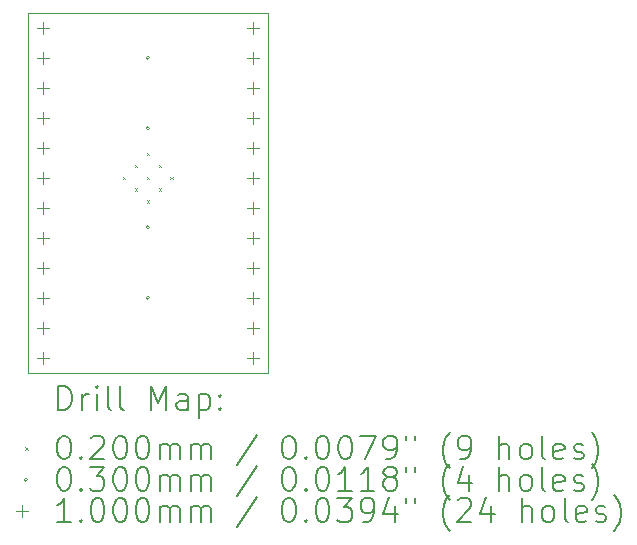
<source format=gbr>
%TF.GenerationSoftware,KiCad,Pcbnew,9.0.6*%
%TF.CreationDate,2026-01-08T12:33:00-06:00*%
%TF.ProjectId,QFN-20_5x5_P0.65,51464e2d-3230-45f3-9578-355f50302e36,rev?*%
%TF.SameCoordinates,Original*%
%TF.FileFunction,Drillmap*%
%TF.FilePolarity,Positive*%
%FSLAX45Y45*%
G04 Gerber Fmt 4.5, Leading zero omitted, Abs format (unit mm)*
G04 Created by KiCad (PCBNEW 9.0.6) date 2026-01-08 12:33:00*
%MOMM*%
%LPD*%
G01*
G04 APERTURE LIST*
%ADD10C,0.050000*%
%ADD11C,0.200000*%
%ADD12C,0.100000*%
G04 APERTURE END LIST*
D10*
X12827000Y-10541000D02*
X14859000Y-10541000D01*
X14859000Y-13589000D01*
X12827000Y-13589000D01*
X12827000Y-10541000D01*
D11*
D12*
X13631475Y-11928000D02*
X13651475Y-11948000D01*
X13651475Y-11928000D02*
X13631475Y-11948000D01*
X13732237Y-11827237D02*
X13752237Y-11847237D01*
X13752237Y-11827237D02*
X13732237Y-11847237D01*
X13732237Y-12028763D02*
X13752237Y-12048763D01*
X13752237Y-12028763D02*
X13732237Y-12048763D01*
X13833000Y-11726475D02*
X13853000Y-11746475D01*
X13853000Y-11726475D02*
X13833000Y-11746475D01*
X13833000Y-11928000D02*
X13853000Y-11948000D01*
X13853000Y-11928000D02*
X13833000Y-11948000D01*
X13833000Y-12129525D02*
X13853000Y-12149525D01*
X13853000Y-12129525D02*
X13833000Y-12149525D01*
X13933763Y-11827237D02*
X13953763Y-11847237D01*
X13953763Y-11827237D02*
X13933763Y-11847237D01*
X13933763Y-12028763D02*
X13953763Y-12048763D01*
X13953763Y-12028763D02*
X13933763Y-12048763D01*
X14034525Y-11928000D02*
X14054525Y-11948000D01*
X14054525Y-11928000D02*
X14034525Y-11948000D01*
X13858000Y-10922000D02*
G75*
G02*
X13828000Y-10922000I-15000J0D01*
G01*
X13828000Y-10922000D02*
G75*
G02*
X13858000Y-10922000I15000J0D01*
G01*
X13858000Y-11518900D02*
G75*
G02*
X13828000Y-11518900I-15000J0D01*
G01*
X13828000Y-11518900D02*
G75*
G02*
X13858000Y-11518900I15000J0D01*
G01*
X13858000Y-12357100D02*
G75*
G02*
X13828000Y-12357100I-15000J0D01*
G01*
X13828000Y-12357100D02*
G75*
G02*
X13858000Y-12357100I15000J0D01*
G01*
X13858000Y-12954000D02*
G75*
G02*
X13828000Y-12954000I-15000J0D01*
G01*
X13828000Y-12954000D02*
G75*
G02*
X13858000Y-12954000I15000J0D01*
G01*
X12954000Y-10618000D02*
X12954000Y-10718000D01*
X12904000Y-10668000D02*
X13004000Y-10668000D01*
X12954000Y-10872000D02*
X12954000Y-10972000D01*
X12904000Y-10922000D02*
X13004000Y-10922000D01*
X12954000Y-11126000D02*
X12954000Y-11226000D01*
X12904000Y-11176000D02*
X13004000Y-11176000D01*
X12954000Y-11380000D02*
X12954000Y-11480000D01*
X12904000Y-11430000D02*
X13004000Y-11430000D01*
X12954000Y-11634000D02*
X12954000Y-11734000D01*
X12904000Y-11684000D02*
X13004000Y-11684000D01*
X12954000Y-11888000D02*
X12954000Y-11988000D01*
X12904000Y-11938000D02*
X13004000Y-11938000D01*
X12954000Y-12142000D02*
X12954000Y-12242000D01*
X12904000Y-12192000D02*
X13004000Y-12192000D01*
X12954000Y-12396000D02*
X12954000Y-12496000D01*
X12904000Y-12446000D02*
X13004000Y-12446000D01*
X12954000Y-12650000D02*
X12954000Y-12750000D01*
X12904000Y-12700000D02*
X13004000Y-12700000D01*
X12954000Y-12904000D02*
X12954000Y-13004000D01*
X12904000Y-12954000D02*
X13004000Y-12954000D01*
X12954000Y-13158000D02*
X12954000Y-13258000D01*
X12904000Y-13208000D02*
X13004000Y-13208000D01*
X12954000Y-13412000D02*
X12954000Y-13512000D01*
X12904000Y-13462000D02*
X13004000Y-13462000D01*
X14732000Y-10618000D02*
X14732000Y-10718000D01*
X14682000Y-10668000D02*
X14782000Y-10668000D01*
X14732000Y-10872000D02*
X14732000Y-10972000D01*
X14682000Y-10922000D02*
X14782000Y-10922000D01*
X14732000Y-11126000D02*
X14732000Y-11226000D01*
X14682000Y-11176000D02*
X14782000Y-11176000D01*
X14732000Y-11380000D02*
X14732000Y-11480000D01*
X14682000Y-11430000D02*
X14782000Y-11430000D01*
X14732000Y-11634000D02*
X14732000Y-11734000D01*
X14682000Y-11684000D02*
X14782000Y-11684000D01*
X14732000Y-11888000D02*
X14732000Y-11988000D01*
X14682000Y-11938000D02*
X14782000Y-11938000D01*
X14732000Y-12142000D02*
X14732000Y-12242000D01*
X14682000Y-12192000D02*
X14782000Y-12192000D01*
X14732000Y-12396000D02*
X14732000Y-12496000D01*
X14682000Y-12446000D02*
X14782000Y-12446000D01*
X14732000Y-12650000D02*
X14732000Y-12750000D01*
X14682000Y-12700000D02*
X14782000Y-12700000D01*
X14732000Y-12904000D02*
X14732000Y-13004000D01*
X14682000Y-12954000D02*
X14782000Y-12954000D01*
X14732000Y-13158000D02*
X14732000Y-13258000D01*
X14682000Y-13208000D02*
X14782000Y-13208000D01*
X14732000Y-13412000D02*
X14732000Y-13512000D01*
X14682000Y-13462000D02*
X14782000Y-13462000D01*
D11*
X13085277Y-13902984D02*
X13085277Y-13702984D01*
X13085277Y-13702984D02*
X13132896Y-13702984D01*
X13132896Y-13702984D02*
X13161467Y-13712508D01*
X13161467Y-13712508D02*
X13180515Y-13731555D01*
X13180515Y-13731555D02*
X13190039Y-13750603D01*
X13190039Y-13750603D02*
X13199562Y-13788698D01*
X13199562Y-13788698D02*
X13199562Y-13817269D01*
X13199562Y-13817269D02*
X13190039Y-13855365D01*
X13190039Y-13855365D02*
X13180515Y-13874412D01*
X13180515Y-13874412D02*
X13161467Y-13893460D01*
X13161467Y-13893460D02*
X13132896Y-13902984D01*
X13132896Y-13902984D02*
X13085277Y-13902984D01*
X13285277Y-13902984D02*
X13285277Y-13769650D01*
X13285277Y-13807746D02*
X13294801Y-13788698D01*
X13294801Y-13788698D02*
X13304324Y-13779174D01*
X13304324Y-13779174D02*
X13323372Y-13769650D01*
X13323372Y-13769650D02*
X13342420Y-13769650D01*
X13409086Y-13902984D02*
X13409086Y-13769650D01*
X13409086Y-13702984D02*
X13399562Y-13712508D01*
X13399562Y-13712508D02*
X13409086Y-13722031D01*
X13409086Y-13722031D02*
X13418610Y-13712508D01*
X13418610Y-13712508D02*
X13409086Y-13702984D01*
X13409086Y-13702984D02*
X13409086Y-13722031D01*
X13532896Y-13902984D02*
X13513848Y-13893460D01*
X13513848Y-13893460D02*
X13504324Y-13874412D01*
X13504324Y-13874412D02*
X13504324Y-13702984D01*
X13637658Y-13902984D02*
X13618610Y-13893460D01*
X13618610Y-13893460D02*
X13609086Y-13874412D01*
X13609086Y-13874412D02*
X13609086Y-13702984D01*
X13866229Y-13902984D02*
X13866229Y-13702984D01*
X13866229Y-13702984D02*
X13932896Y-13845841D01*
X13932896Y-13845841D02*
X13999562Y-13702984D01*
X13999562Y-13702984D02*
X13999562Y-13902984D01*
X14180515Y-13902984D02*
X14180515Y-13798222D01*
X14180515Y-13798222D02*
X14170991Y-13779174D01*
X14170991Y-13779174D02*
X14151943Y-13769650D01*
X14151943Y-13769650D02*
X14113848Y-13769650D01*
X14113848Y-13769650D02*
X14094801Y-13779174D01*
X14180515Y-13893460D02*
X14161467Y-13902984D01*
X14161467Y-13902984D02*
X14113848Y-13902984D01*
X14113848Y-13902984D02*
X14094801Y-13893460D01*
X14094801Y-13893460D02*
X14085277Y-13874412D01*
X14085277Y-13874412D02*
X14085277Y-13855365D01*
X14085277Y-13855365D02*
X14094801Y-13836317D01*
X14094801Y-13836317D02*
X14113848Y-13826793D01*
X14113848Y-13826793D02*
X14161467Y-13826793D01*
X14161467Y-13826793D02*
X14180515Y-13817269D01*
X14275753Y-13769650D02*
X14275753Y-13969650D01*
X14275753Y-13779174D02*
X14294801Y-13769650D01*
X14294801Y-13769650D02*
X14332896Y-13769650D01*
X14332896Y-13769650D02*
X14351943Y-13779174D01*
X14351943Y-13779174D02*
X14361467Y-13788698D01*
X14361467Y-13788698D02*
X14370991Y-13807746D01*
X14370991Y-13807746D02*
X14370991Y-13864888D01*
X14370991Y-13864888D02*
X14361467Y-13883936D01*
X14361467Y-13883936D02*
X14351943Y-13893460D01*
X14351943Y-13893460D02*
X14332896Y-13902984D01*
X14332896Y-13902984D02*
X14294801Y-13902984D01*
X14294801Y-13902984D02*
X14275753Y-13893460D01*
X14456705Y-13883936D02*
X14466229Y-13893460D01*
X14466229Y-13893460D02*
X14456705Y-13902984D01*
X14456705Y-13902984D02*
X14447182Y-13893460D01*
X14447182Y-13893460D02*
X14456705Y-13883936D01*
X14456705Y-13883936D02*
X14456705Y-13902984D01*
X14456705Y-13779174D02*
X14466229Y-13788698D01*
X14466229Y-13788698D02*
X14456705Y-13798222D01*
X14456705Y-13798222D02*
X14447182Y-13788698D01*
X14447182Y-13788698D02*
X14456705Y-13779174D01*
X14456705Y-13779174D02*
X14456705Y-13798222D01*
D12*
X12804500Y-14221500D02*
X12824500Y-14241500D01*
X12824500Y-14221500D02*
X12804500Y-14241500D01*
D11*
X13123372Y-14122984D02*
X13142420Y-14122984D01*
X13142420Y-14122984D02*
X13161467Y-14132508D01*
X13161467Y-14132508D02*
X13170991Y-14142031D01*
X13170991Y-14142031D02*
X13180515Y-14161079D01*
X13180515Y-14161079D02*
X13190039Y-14199174D01*
X13190039Y-14199174D02*
X13190039Y-14246793D01*
X13190039Y-14246793D02*
X13180515Y-14284888D01*
X13180515Y-14284888D02*
X13170991Y-14303936D01*
X13170991Y-14303936D02*
X13161467Y-14313460D01*
X13161467Y-14313460D02*
X13142420Y-14322984D01*
X13142420Y-14322984D02*
X13123372Y-14322984D01*
X13123372Y-14322984D02*
X13104324Y-14313460D01*
X13104324Y-14313460D02*
X13094801Y-14303936D01*
X13094801Y-14303936D02*
X13085277Y-14284888D01*
X13085277Y-14284888D02*
X13075753Y-14246793D01*
X13075753Y-14246793D02*
X13075753Y-14199174D01*
X13075753Y-14199174D02*
X13085277Y-14161079D01*
X13085277Y-14161079D02*
X13094801Y-14142031D01*
X13094801Y-14142031D02*
X13104324Y-14132508D01*
X13104324Y-14132508D02*
X13123372Y-14122984D01*
X13275753Y-14303936D02*
X13285277Y-14313460D01*
X13285277Y-14313460D02*
X13275753Y-14322984D01*
X13275753Y-14322984D02*
X13266229Y-14313460D01*
X13266229Y-14313460D02*
X13275753Y-14303936D01*
X13275753Y-14303936D02*
X13275753Y-14322984D01*
X13361467Y-14142031D02*
X13370991Y-14132508D01*
X13370991Y-14132508D02*
X13390039Y-14122984D01*
X13390039Y-14122984D02*
X13437658Y-14122984D01*
X13437658Y-14122984D02*
X13456705Y-14132508D01*
X13456705Y-14132508D02*
X13466229Y-14142031D01*
X13466229Y-14142031D02*
X13475753Y-14161079D01*
X13475753Y-14161079D02*
X13475753Y-14180127D01*
X13475753Y-14180127D02*
X13466229Y-14208698D01*
X13466229Y-14208698D02*
X13351943Y-14322984D01*
X13351943Y-14322984D02*
X13475753Y-14322984D01*
X13599562Y-14122984D02*
X13618610Y-14122984D01*
X13618610Y-14122984D02*
X13637658Y-14132508D01*
X13637658Y-14132508D02*
X13647182Y-14142031D01*
X13647182Y-14142031D02*
X13656705Y-14161079D01*
X13656705Y-14161079D02*
X13666229Y-14199174D01*
X13666229Y-14199174D02*
X13666229Y-14246793D01*
X13666229Y-14246793D02*
X13656705Y-14284888D01*
X13656705Y-14284888D02*
X13647182Y-14303936D01*
X13647182Y-14303936D02*
X13637658Y-14313460D01*
X13637658Y-14313460D02*
X13618610Y-14322984D01*
X13618610Y-14322984D02*
X13599562Y-14322984D01*
X13599562Y-14322984D02*
X13580515Y-14313460D01*
X13580515Y-14313460D02*
X13570991Y-14303936D01*
X13570991Y-14303936D02*
X13561467Y-14284888D01*
X13561467Y-14284888D02*
X13551943Y-14246793D01*
X13551943Y-14246793D02*
X13551943Y-14199174D01*
X13551943Y-14199174D02*
X13561467Y-14161079D01*
X13561467Y-14161079D02*
X13570991Y-14142031D01*
X13570991Y-14142031D02*
X13580515Y-14132508D01*
X13580515Y-14132508D02*
X13599562Y-14122984D01*
X13790039Y-14122984D02*
X13809086Y-14122984D01*
X13809086Y-14122984D02*
X13828134Y-14132508D01*
X13828134Y-14132508D02*
X13837658Y-14142031D01*
X13837658Y-14142031D02*
X13847182Y-14161079D01*
X13847182Y-14161079D02*
X13856705Y-14199174D01*
X13856705Y-14199174D02*
X13856705Y-14246793D01*
X13856705Y-14246793D02*
X13847182Y-14284888D01*
X13847182Y-14284888D02*
X13837658Y-14303936D01*
X13837658Y-14303936D02*
X13828134Y-14313460D01*
X13828134Y-14313460D02*
X13809086Y-14322984D01*
X13809086Y-14322984D02*
X13790039Y-14322984D01*
X13790039Y-14322984D02*
X13770991Y-14313460D01*
X13770991Y-14313460D02*
X13761467Y-14303936D01*
X13761467Y-14303936D02*
X13751943Y-14284888D01*
X13751943Y-14284888D02*
X13742420Y-14246793D01*
X13742420Y-14246793D02*
X13742420Y-14199174D01*
X13742420Y-14199174D02*
X13751943Y-14161079D01*
X13751943Y-14161079D02*
X13761467Y-14142031D01*
X13761467Y-14142031D02*
X13770991Y-14132508D01*
X13770991Y-14132508D02*
X13790039Y-14122984D01*
X13942420Y-14322984D02*
X13942420Y-14189650D01*
X13942420Y-14208698D02*
X13951943Y-14199174D01*
X13951943Y-14199174D02*
X13970991Y-14189650D01*
X13970991Y-14189650D02*
X13999563Y-14189650D01*
X13999563Y-14189650D02*
X14018610Y-14199174D01*
X14018610Y-14199174D02*
X14028134Y-14218222D01*
X14028134Y-14218222D02*
X14028134Y-14322984D01*
X14028134Y-14218222D02*
X14037658Y-14199174D01*
X14037658Y-14199174D02*
X14056705Y-14189650D01*
X14056705Y-14189650D02*
X14085277Y-14189650D01*
X14085277Y-14189650D02*
X14104324Y-14199174D01*
X14104324Y-14199174D02*
X14113848Y-14218222D01*
X14113848Y-14218222D02*
X14113848Y-14322984D01*
X14209086Y-14322984D02*
X14209086Y-14189650D01*
X14209086Y-14208698D02*
X14218610Y-14199174D01*
X14218610Y-14199174D02*
X14237658Y-14189650D01*
X14237658Y-14189650D02*
X14266229Y-14189650D01*
X14266229Y-14189650D02*
X14285277Y-14199174D01*
X14285277Y-14199174D02*
X14294801Y-14218222D01*
X14294801Y-14218222D02*
X14294801Y-14322984D01*
X14294801Y-14218222D02*
X14304324Y-14199174D01*
X14304324Y-14199174D02*
X14323372Y-14189650D01*
X14323372Y-14189650D02*
X14351943Y-14189650D01*
X14351943Y-14189650D02*
X14370991Y-14199174D01*
X14370991Y-14199174D02*
X14380515Y-14218222D01*
X14380515Y-14218222D02*
X14380515Y-14322984D01*
X14770991Y-14113460D02*
X14599563Y-14370603D01*
X15028134Y-14122984D02*
X15047182Y-14122984D01*
X15047182Y-14122984D02*
X15066229Y-14132508D01*
X15066229Y-14132508D02*
X15075753Y-14142031D01*
X15075753Y-14142031D02*
X15085277Y-14161079D01*
X15085277Y-14161079D02*
X15094801Y-14199174D01*
X15094801Y-14199174D02*
X15094801Y-14246793D01*
X15094801Y-14246793D02*
X15085277Y-14284888D01*
X15085277Y-14284888D02*
X15075753Y-14303936D01*
X15075753Y-14303936D02*
X15066229Y-14313460D01*
X15066229Y-14313460D02*
X15047182Y-14322984D01*
X15047182Y-14322984D02*
X15028134Y-14322984D01*
X15028134Y-14322984D02*
X15009086Y-14313460D01*
X15009086Y-14313460D02*
X14999563Y-14303936D01*
X14999563Y-14303936D02*
X14990039Y-14284888D01*
X14990039Y-14284888D02*
X14980515Y-14246793D01*
X14980515Y-14246793D02*
X14980515Y-14199174D01*
X14980515Y-14199174D02*
X14990039Y-14161079D01*
X14990039Y-14161079D02*
X14999563Y-14142031D01*
X14999563Y-14142031D02*
X15009086Y-14132508D01*
X15009086Y-14132508D02*
X15028134Y-14122984D01*
X15180515Y-14303936D02*
X15190039Y-14313460D01*
X15190039Y-14313460D02*
X15180515Y-14322984D01*
X15180515Y-14322984D02*
X15170991Y-14313460D01*
X15170991Y-14313460D02*
X15180515Y-14303936D01*
X15180515Y-14303936D02*
X15180515Y-14322984D01*
X15313848Y-14122984D02*
X15332896Y-14122984D01*
X15332896Y-14122984D02*
X15351944Y-14132508D01*
X15351944Y-14132508D02*
X15361467Y-14142031D01*
X15361467Y-14142031D02*
X15370991Y-14161079D01*
X15370991Y-14161079D02*
X15380515Y-14199174D01*
X15380515Y-14199174D02*
X15380515Y-14246793D01*
X15380515Y-14246793D02*
X15370991Y-14284888D01*
X15370991Y-14284888D02*
X15361467Y-14303936D01*
X15361467Y-14303936D02*
X15351944Y-14313460D01*
X15351944Y-14313460D02*
X15332896Y-14322984D01*
X15332896Y-14322984D02*
X15313848Y-14322984D01*
X15313848Y-14322984D02*
X15294801Y-14313460D01*
X15294801Y-14313460D02*
X15285277Y-14303936D01*
X15285277Y-14303936D02*
X15275753Y-14284888D01*
X15275753Y-14284888D02*
X15266229Y-14246793D01*
X15266229Y-14246793D02*
X15266229Y-14199174D01*
X15266229Y-14199174D02*
X15275753Y-14161079D01*
X15275753Y-14161079D02*
X15285277Y-14142031D01*
X15285277Y-14142031D02*
X15294801Y-14132508D01*
X15294801Y-14132508D02*
X15313848Y-14122984D01*
X15504325Y-14122984D02*
X15523372Y-14122984D01*
X15523372Y-14122984D02*
X15542420Y-14132508D01*
X15542420Y-14132508D02*
X15551944Y-14142031D01*
X15551944Y-14142031D02*
X15561467Y-14161079D01*
X15561467Y-14161079D02*
X15570991Y-14199174D01*
X15570991Y-14199174D02*
X15570991Y-14246793D01*
X15570991Y-14246793D02*
X15561467Y-14284888D01*
X15561467Y-14284888D02*
X15551944Y-14303936D01*
X15551944Y-14303936D02*
X15542420Y-14313460D01*
X15542420Y-14313460D02*
X15523372Y-14322984D01*
X15523372Y-14322984D02*
X15504325Y-14322984D01*
X15504325Y-14322984D02*
X15485277Y-14313460D01*
X15485277Y-14313460D02*
X15475753Y-14303936D01*
X15475753Y-14303936D02*
X15466229Y-14284888D01*
X15466229Y-14284888D02*
X15456706Y-14246793D01*
X15456706Y-14246793D02*
X15456706Y-14199174D01*
X15456706Y-14199174D02*
X15466229Y-14161079D01*
X15466229Y-14161079D02*
X15475753Y-14142031D01*
X15475753Y-14142031D02*
X15485277Y-14132508D01*
X15485277Y-14132508D02*
X15504325Y-14122984D01*
X15637658Y-14122984D02*
X15770991Y-14122984D01*
X15770991Y-14122984D02*
X15685277Y-14322984D01*
X15856706Y-14322984D02*
X15894801Y-14322984D01*
X15894801Y-14322984D02*
X15913848Y-14313460D01*
X15913848Y-14313460D02*
X15923372Y-14303936D01*
X15923372Y-14303936D02*
X15942420Y-14275365D01*
X15942420Y-14275365D02*
X15951944Y-14237269D01*
X15951944Y-14237269D02*
X15951944Y-14161079D01*
X15951944Y-14161079D02*
X15942420Y-14142031D01*
X15942420Y-14142031D02*
X15932896Y-14132508D01*
X15932896Y-14132508D02*
X15913848Y-14122984D01*
X15913848Y-14122984D02*
X15875753Y-14122984D01*
X15875753Y-14122984D02*
X15856706Y-14132508D01*
X15856706Y-14132508D02*
X15847182Y-14142031D01*
X15847182Y-14142031D02*
X15837658Y-14161079D01*
X15837658Y-14161079D02*
X15837658Y-14208698D01*
X15837658Y-14208698D02*
X15847182Y-14227746D01*
X15847182Y-14227746D02*
X15856706Y-14237269D01*
X15856706Y-14237269D02*
X15875753Y-14246793D01*
X15875753Y-14246793D02*
X15913848Y-14246793D01*
X15913848Y-14246793D02*
X15932896Y-14237269D01*
X15932896Y-14237269D02*
X15942420Y-14227746D01*
X15942420Y-14227746D02*
X15951944Y-14208698D01*
X16028134Y-14122984D02*
X16028134Y-14161079D01*
X16104325Y-14122984D02*
X16104325Y-14161079D01*
X16399563Y-14399174D02*
X16390039Y-14389650D01*
X16390039Y-14389650D02*
X16370991Y-14361079D01*
X16370991Y-14361079D02*
X16361468Y-14342031D01*
X16361468Y-14342031D02*
X16351944Y-14313460D01*
X16351944Y-14313460D02*
X16342420Y-14265841D01*
X16342420Y-14265841D02*
X16342420Y-14227746D01*
X16342420Y-14227746D02*
X16351944Y-14180127D01*
X16351944Y-14180127D02*
X16361468Y-14151555D01*
X16361468Y-14151555D02*
X16370991Y-14132508D01*
X16370991Y-14132508D02*
X16390039Y-14103936D01*
X16390039Y-14103936D02*
X16399563Y-14094412D01*
X16485277Y-14322984D02*
X16523372Y-14322984D01*
X16523372Y-14322984D02*
X16542420Y-14313460D01*
X16542420Y-14313460D02*
X16551944Y-14303936D01*
X16551944Y-14303936D02*
X16570991Y-14275365D01*
X16570991Y-14275365D02*
X16580515Y-14237269D01*
X16580515Y-14237269D02*
X16580515Y-14161079D01*
X16580515Y-14161079D02*
X16570991Y-14142031D01*
X16570991Y-14142031D02*
X16561468Y-14132508D01*
X16561468Y-14132508D02*
X16542420Y-14122984D01*
X16542420Y-14122984D02*
X16504325Y-14122984D01*
X16504325Y-14122984D02*
X16485277Y-14132508D01*
X16485277Y-14132508D02*
X16475753Y-14142031D01*
X16475753Y-14142031D02*
X16466229Y-14161079D01*
X16466229Y-14161079D02*
X16466229Y-14208698D01*
X16466229Y-14208698D02*
X16475753Y-14227746D01*
X16475753Y-14227746D02*
X16485277Y-14237269D01*
X16485277Y-14237269D02*
X16504325Y-14246793D01*
X16504325Y-14246793D02*
X16542420Y-14246793D01*
X16542420Y-14246793D02*
X16561468Y-14237269D01*
X16561468Y-14237269D02*
X16570991Y-14227746D01*
X16570991Y-14227746D02*
X16580515Y-14208698D01*
X16818611Y-14322984D02*
X16818611Y-14122984D01*
X16904325Y-14322984D02*
X16904325Y-14218222D01*
X16904325Y-14218222D02*
X16894801Y-14199174D01*
X16894801Y-14199174D02*
X16875753Y-14189650D01*
X16875753Y-14189650D02*
X16847182Y-14189650D01*
X16847182Y-14189650D02*
X16828134Y-14199174D01*
X16828134Y-14199174D02*
X16818611Y-14208698D01*
X17028134Y-14322984D02*
X17009087Y-14313460D01*
X17009087Y-14313460D02*
X16999563Y-14303936D01*
X16999563Y-14303936D02*
X16990039Y-14284888D01*
X16990039Y-14284888D02*
X16990039Y-14227746D01*
X16990039Y-14227746D02*
X16999563Y-14208698D01*
X16999563Y-14208698D02*
X17009087Y-14199174D01*
X17009087Y-14199174D02*
X17028134Y-14189650D01*
X17028134Y-14189650D02*
X17056706Y-14189650D01*
X17056706Y-14189650D02*
X17075753Y-14199174D01*
X17075753Y-14199174D02*
X17085277Y-14208698D01*
X17085277Y-14208698D02*
X17094801Y-14227746D01*
X17094801Y-14227746D02*
X17094801Y-14284888D01*
X17094801Y-14284888D02*
X17085277Y-14303936D01*
X17085277Y-14303936D02*
X17075753Y-14313460D01*
X17075753Y-14313460D02*
X17056706Y-14322984D01*
X17056706Y-14322984D02*
X17028134Y-14322984D01*
X17209087Y-14322984D02*
X17190039Y-14313460D01*
X17190039Y-14313460D02*
X17180515Y-14294412D01*
X17180515Y-14294412D02*
X17180515Y-14122984D01*
X17361468Y-14313460D02*
X17342420Y-14322984D01*
X17342420Y-14322984D02*
X17304325Y-14322984D01*
X17304325Y-14322984D02*
X17285277Y-14313460D01*
X17285277Y-14313460D02*
X17275753Y-14294412D01*
X17275753Y-14294412D02*
X17275753Y-14218222D01*
X17275753Y-14218222D02*
X17285277Y-14199174D01*
X17285277Y-14199174D02*
X17304325Y-14189650D01*
X17304325Y-14189650D02*
X17342420Y-14189650D01*
X17342420Y-14189650D02*
X17361468Y-14199174D01*
X17361468Y-14199174D02*
X17370992Y-14218222D01*
X17370992Y-14218222D02*
X17370992Y-14237269D01*
X17370992Y-14237269D02*
X17275753Y-14256317D01*
X17447182Y-14313460D02*
X17466230Y-14322984D01*
X17466230Y-14322984D02*
X17504325Y-14322984D01*
X17504325Y-14322984D02*
X17523373Y-14313460D01*
X17523373Y-14313460D02*
X17532896Y-14294412D01*
X17532896Y-14294412D02*
X17532896Y-14284888D01*
X17532896Y-14284888D02*
X17523373Y-14265841D01*
X17523373Y-14265841D02*
X17504325Y-14256317D01*
X17504325Y-14256317D02*
X17475753Y-14256317D01*
X17475753Y-14256317D02*
X17456706Y-14246793D01*
X17456706Y-14246793D02*
X17447182Y-14227746D01*
X17447182Y-14227746D02*
X17447182Y-14218222D01*
X17447182Y-14218222D02*
X17456706Y-14199174D01*
X17456706Y-14199174D02*
X17475753Y-14189650D01*
X17475753Y-14189650D02*
X17504325Y-14189650D01*
X17504325Y-14189650D02*
X17523373Y-14199174D01*
X17599563Y-14399174D02*
X17609087Y-14389650D01*
X17609087Y-14389650D02*
X17628134Y-14361079D01*
X17628134Y-14361079D02*
X17637658Y-14342031D01*
X17637658Y-14342031D02*
X17647182Y-14313460D01*
X17647182Y-14313460D02*
X17656706Y-14265841D01*
X17656706Y-14265841D02*
X17656706Y-14227746D01*
X17656706Y-14227746D02*
X17647182Y-14180127D01*
X17647182Y-14180127D02*
X17637658Y-14151555D01*
X17637658Y-14151555D02*
X17628134Y-14132508D01*
X17628134Y-14132508D02*
X17609087Y-14103936D01*
X17609087Y-14103936D02*
X17599563Y-14094412D01*
D12*
X12824500Y-14495500D02*
G75*
G02*
X12794500Y-14495500I-15000J0D01*
G01*
X12794500Y-14495500D02*
G75*
G02*
X12824500Y-14495500I15000J0D01*
G01*
D11*
X13123372Y-14386984D02*
X13142420Y-14386984D01*
X13142420Y-14386984D02*
X13161467Y-14396508D01*
X13161467Y-14396508D02*
X13170991Y-14406031D01*
X13170991Y-14406031D02*
X13180515Y-14425079D01*
X13180515Y-14425079D02*
X13190039Y-14463174D01*
X13190039Y-14463174D02*
X13190039Y-14510793D01*
X13190039Y-14510793D02*
X13180515Y-14548888D01*
X13180515Y-14548888D02*
X13170991Y-14567936D01*
X13170991Y-14567936D02*
X13161467Y-14577460D01*
X13161467Y-14577460D02*
X13142420Y-14586984D01*
X13142420Y-14586984D02*
X13123372Y-14586984D01*
X13123372Y-14586984D02*
X13104324Y-14577460D01*
X13104324Y-14577460D02*
X13094801Y-14567936D01*
X13094801Y-14567936D02*
X13085277Y-14548888D01*
X13085277Y-14548888D02*
X13075753Y-14510793D01*
X13075753Y-14510793D02*
X13075753Y-14463174D01*
X13075753Y-14463174D02*
X13085277Y-14425079D01*
X13085277Y-14425079D02*
X13094801Y-14406031D01*
X13094801Y-14406031D02*
X13104324Y-14396508D01*
X13104324Y-14396508D02*
X13123372Y-14386984D01*
X13275753Y-14567936D02*
X13285277Y-14577460D01*
X13285277Y-14577460D02*
X13275753Y-14586984D01*
X13275753Y-14586984D02*
X13266229Y-14577460D01*
X13266229Y-14577460D02*
X13275753Y-14567936D01*
X13275753Y-14567936D02*
X13275753Y-14586984D01*
X13351943Y-14386984D02*
X13475753Y-14386984D01*
X13475753Y-14386984D02*
X13409086Y-14463174D01*
X13409086Y-14463174D02*
X13437658Y-14463174D01*
X13437658Y-14463174D02*
X13456705Y-14472698D01*
X13456705Y-14472698D02*
X13466229Y-14482222D01*
X13466229Y-14482222D02*
X13475753Y-14501269D01*
X13475753Y-14501269D02*
X13475753Y-14548888D01*
X13475753Y-14548888D02*
X13466229Y-14567936D01*
X13466229Y-14567936D02*
X13456705Y-14577460D01*
X13456705Y-14577460D02*
X13437658Y-14586984D01*
X13437658Y-14586984D02*
X13380515Y-14586984D01*
X13380515Y-14586984D02*
X13361467Y-14577460D01*
X13361467Y-14577460D02*
X13351943Y-14567936D01*
X13599562Y-14386984D02*
X13618610Y-14386984D01*
X13618610Y-14386984D02*
X13637658Y-14396508D01*
X13637658Y-14396508D02*
X13647182Y-14406031D01*
X13647182Y-14406031D02*
X13656705Y-14425079D01*
X13656705Y-14425079D02*
X13666229Y-14463174D01*
X13666229Y-14463174D02*
X13666229Y-14510793D01*
X13666229Y-14510793D02*
X13656705Y-14548888D01*
X13656705Y-14548888D02*
X13647182Y-14567936D01*
X13647182Y-14567936D02*
X13637658Y-14577460D01*
X13637658Y-14577460D02*
X13618610Y-14586984D01*
X13618610Y-14586984D02*
X13599562Y-14586984D01*
X13599562Y-14586984D02*
X13580515Y-14577460D01*
X13580515Y-14577460D02*
X13570991Y-14567936D01*
X13570991Y-14567936D02*
X13561467Y-14548888D01*
X13561467Y-14548888D02*
X13551943Y-14510793D01*
X13551943Y-14510793D02*
X13551943Y-14463174D01*
X13551943Y-14463174D02*
X13561467Y-14425079D01*
X13561467Y-14425079D02*
X13570991Y-14406031D01*
X13570991Y-14406031D02*
X13580515Y-14396508D01*
X13580515Y-14396508D02*
X13599562Y-14386984D01*
X13790039Y-14386984D02*
X13809086Y-14386984D01*
X13809086Y-14386984D02*
X13828134Y-14396508D01*
X13828134Y-14396508D02*
X13837658Y-14406031D01*
X13837658Y-14406031D02*
X13847182Y-14425079D01*
X13847182Y-14425079D02*
X13856705Y-14463174D01*
X13856705Y-14463174D02*
X13856705Y-14510793D01*
X13856705Y-14510793D02*
X13847182Y-14548888D01*
X13847182Y-14548888D02*
X13837658Y-14567936D01*
X13837658Y-14567936D02*
X13828134Y-14577460D01*
X13828134Y-14577460D02*
X13809086Y-14586984D01*
X13809086Y-14586984D02*
X13790039Y-14586984D01*
X13790039Y-14586984D02*
X13770991Y-14577460D01*
X13770991Y-14577460D02*
X13761467Y-14567936D01*
X13761467Y-14567936D02*
X13751943Y-14548888D01*
X13751943Y-14548888D02*
X13742420Y-14510793D01*
X13742420Y-14510793D02*
X13742420Y-14463174D01*
X13742420Y-14463174D02*
X13751943Y-14425079D01*
X13751943Y-14425079D02*
X13761467Y-14406031D01*
X13761467Y-14406031D02*
X13770991Y-14396508D01*
X13770991Y-14396508D02*
X13790039Y-14386984D01*
X13942420Y-14586984D02*
X13942420Y-14453650D01*
X13942420Y-14472698D02*
X13951943Y-14463174D01*
X13951943Y-14463174D02*
X13970991Y-14453650D01*
X13970991Y-14453650D02*
X13999563Y-14453650D01*
X13999563Y-14453650D02*
X14018610Y-14463174D01*
X14018610Y-14463174D02*
X14028134Y-14482222D01*
X14028134Y-14482222D02*
X14028134Y-14586984D01*
X14028134Y-14482222D02*
X14037658Y-14463174D01*
X14037658Y-14463174D02*
X14056705Y-14453650D01*
X14056705Y-14453650D02*
X14085277Y-14453650D01*
X14085277Y-14453650D02*
X14104324Y-14463174D01*
X14104324Y-14463174D02*
X14113848Y-14482222D01*
X14113848Y-14482222D02*
X14113848Y-14586984D01*
X14209086Y-14586984D02*
X14209086Y-14453650D01*
X14209086Y-14472698D02*
X14218610Y-14463174D01*
X14218610Y-14463174D02*
X14237658Y-14453650D01*
X14237658Y-14453650D02*
X14266229Y-14453650D01*
X14266229Y-14453650D02*
X14285277Y-14463174D01*
X14285277Y-14463174D02*
X14294801Y-14482222D01*
X14294801Y-14482222D02*
X14294801Y-14586984D01*
X14294801Y-14482222D02*
X14304324Y-14463174D01*
X14304324Y-14463174D02*
X14323372Y-14453650D01*
X14323372Y-14453650D02*
X14351943Y-14453650D01*
X14351943Y-14453650D02*
X14370991Y-14463174D01*
X14370991Y-14463174D02*
X14380515Y-14482222D01*
X14380515Y-14482222D02*
X14380515Y-14586984D01*
X14770991Y-14377460D02*
X14599563Y-14634603D01*
X15028134Y-14386984D02*
X15047182Y-14386984D01*
X15047182Y-14386984D02*
X15066229Y-14396508D01*
X15066229Y-14396508D02*
X15075753Y-14406031D01*
X15075753Y-14406031D02*
X15085277Y-14425079D01*
X15085277Y-14425079D02*
X15094801Y-14463174D01*
X15094801Y-14463174D02*
X15094801Y-14510793D01*
X15094801Y-14510793D02*
X15085277Y-14548888D01*
X15085277Y-14548888D02*
X15075753Y-14567936D01*
X15075753Y-14567936D02*
X15066229Y-14577460D01*
X15066229Y-14577460D02*
X15047182Y-14586984D01*
X15047182Y-14586984D02*
X15028134Y-14586984D01*
X15028134Y-14586984D02*
X15009086Y-14577460D01*
X15009086Y-14577460D02*
X14999563Y-14567936D01*
X14999563Y-14567936D02*
X14990039Y-14548888D01*
X14990039Y-14548888D02*
X14980515Y-14510793D01*
X14980515Y-14510793D02*
X14980515Y-14463174D01*
X14980515Y-14463174D02*
X14990039Y-14425079D01*
X14990039Y-14425079D02*
X14999563Y-14406031D01*
X14999563Y-14406031D02*
X15009086Y-14396508D01*
X15009086Y-14396508D02*
X15028134Y-14386984D01*
X15180515Y-14567936D02*
X15190039Y-14577460D01*
X15190039Y-14577460D02*
X15180515Y-14586984D01*
X15180515Y-14586984D02*
X15170991Y-14577460D01*
X15170991Y-14577460D02*
X15180515Y-14567936D01*
X15180515Y-14567936D02*
X15180515Y-14586984D01*
X15313848Y-14386984D02*
X15332896Y-14386984D01*
X15332896Y-14386984D02*
X15351944Y-14396508D01*
X15351944Y-14396508D02*
X15361467Y-14406031D01*
X15361467Y-14406031D02*
X15370991Y-14425079D01*
X15370991Y-14425079D02*
X15380515Y-14463174D01*
X15380515Y-14463174D02*
X15380515Y-14510793D01*
X15380515Y-14510793D02*
X15370991Y-14548888D01*
X15370991Y-14548888D02*
X15361467Y-14567936D01*
X15361467Y-14567936D02*
X15351944Y-14577460D01*
X15351944Y-14577460D02*
X15332896Y-14586984D01*
X15332896Y-14586984D02*
X15313848Y-14586984D01*
X15313848Y-14586984D02*
X15294801Y-14577460D01*
X15294801Y-14577460D02*
X15285277Y-14567936D01*
X15285277Y-14567936D02*
X15275753Y-14548888D01*
X15275753Y-14548888D02*
X15266229Y-14510793D01*
X15266229Y-14510793D02*
X15266229Y-14463174D01*
X15266229Y-14463174D02*
X15275753Y-14425079D01*
X15275753Y-14425079D02*
X15285277Y-14406031D01*
X15285277Y-14406031D02*
X15294801Y-14396508D01*
X15294801Y-14396508D02*
X15313848Y-14386984D01*
X15570991Y-14586984D02*
X15456706Y-14586984D01*
X15513848Y-14586984D02*
X15513848Y-14386984D01*
X15513848Y-14386984D02*
X15494801Y-14415555D01*
X15494801Y-14415555D02*
X15475753Y-14434603D01*
X15475753Y-14434603D02*
X15456706Y-14444127D01*
X15761467Y-14586984D02*
X15647182Y-14586984D01*
X15704325Y-14586984D02*
X15704325Y-14386984D01*
X15704325Y-14386984D02*
X15685277Y-14415555D01*
X15685277Y-14415555D02*
X15666229Y-14434603D01*
X15666229Y-14434603D02*
X15647182Y-14444127D01*
X15875753Y-14472698D02*
X15856706Y-14463174D01*
X15856706Y-14463174D02*
X15847182Y-14453650D01*
X15847182Y-14453650D02*
X15837658Y-14434603D01*
X15837658Y-14434603D02*
X15837658Y-14425079D01*
X15837658Y-14425079D02*
X15847182Y-14406031D01*
X15847182Y-14406031D02*
X15856706Y-14396508D01*
X15856706Y-14396508D02*
X15875753Y-14386984D01*
X15875753Y-14386984D02*
X15913848Y-14386984D01*
X15913848Y-14386984D02*
X15932896Y-14396508D01*
X15932896Y-14396508D02*
X15942420Y-14406031D01*
X15942420Y-14406031D02*
X15951944Y-14425079D01*
X15951944Y-14425079D02*
X15951944Y-14434603D01*
X15951944Y-14434603D02*
X15942420Y-14453650D01*
X15942420Y-14453650D02*
X15932896Y-14463174D01*
X15932896Y-14463174D02*
X15913848Y-14472698D01*
X15913848Y-14472698D02*
X15875753Y-14472698D01*
X15875753Y-14472698D02*
X15856706Y-14482222D01*
X15856706Y-14482222D02*
X15847182Y-14491746D01*
X15847182Y-14491746D02*
X15837658Y-14510793D01*
X15837658Y-14510793D02*
X15837658Y-14548888D01*
X15837658Y-14548888D02*
X15847182Y-14567936D01*
X15847182Y-14567936D02*
X15856706Y-14577460D01*
X15856706Y-14577460D02*
X15875753Y-14586984D01*
X15875753Y-14586984D02*
X15913848Y-14586984D01*
X15913848Y-14586984D02*
X15932896Y-14577460D01*
X15932896Y-14577460D02*
X15942420Y-14567936D01*
X15942420Y-14567936D02*
X15951944Y-14548888D01*
X15951944Y-14548888D02*
X15951944Y-14510793D01*
X15951944Y-14510793D02*
X15942420Y-14491746D01*
X15942420Y-14491746D02*
X15932896Y-14482222D01*
X15932896Y-14482222D02*
X15913848Y-14472698D01*
X16028134Y-14386984D02*
X16028134Y-14425079D01*
X16104325Y-14386984D02*
X16104325Y-14425079D01*
X16399563Y-14663174D02*
X16390039Y-14653650D01*
X16390039Y-14653650D02*
X16370991Y-14625079D01*
X16370991Y-14625079D02*
X16361468Y-14606031D01*
X16361468Y-14606031D02*
X16351944Y-14577460D01*
X16351944Y-14577460D02*
X16342420Y-14529841D01*
X16342420Y-14529841D02*
X16342420Y-14491746D01*
X16342420Y-14491746D02*
X16351944Y-14444127D01*
X16351944Y-14444127D02*
X16361468Y-14415555D01*
X16361468Y-14415555D02*
X16370991Y-14396508D01*
X16370991Y-14396508D02*
X16390039Y-14367936D01*
X16390039Y-14367936D02*
X16399563Y-14358412D01*
X16561468Y-14453650D02*
X16561468Y-14586984D01*
X16513848Y-14377460D02*
X16466229Y-14520317D01*
X16466229Y-14520317D02*
X16590039Y-14520317D01*
X16818611Y-14586984D02*
X16818611Y-14386984D01*
X16904325Y-14586984D02*
X16904325Y-14482222D01*
X16904325Y-14482222D02*
X16894801Y-14463174D01*
X16894801Y-14463174D02*
X16875753Y-14453650D01*
X16875753Y-14453650D02*
X16847182Y-14453650D01*
X16847182Y-14453650D02*
X16828134Y-14463174D01*
X16828134Y-14463174D02*
X16818611Y-14472698D01*
X17028134Y-14586984D02*
X17009087Y-14577460D01*
X17009087Y-14577460D02*
X16999563Y-14567936D01*
X16999563Y-14567936D02*
X16990039Y-14548888D01*
X16990039Y-14548888D02*
X16990039Y-14491746D01*
X16990039Y-14491746D02*
X16999563Y-14472698D01*
X16999563Y-14472698D02*
X17009087Y-14463174D01*
X17009087Y-14463174D02*
X17028134Y-14453650D01*
X17028134Y-14453650D02*
X17056706Y-14453650D01*
X17056706Y-14453650D02*
X17075753Y-14463174D01*
X17075753Y-14463174D02*
X17085277Y-14472698D01*
X17085277Y-14472698D02*
X17094801Y-14491746D01*
X17094801Y-14491746D02*
X17094801Y-14548888D01*
X17094801Y-14548888D02*
X17085277Y-14567936D01*
X17085277Y-14567936D02*
X17075753Y-14577460D01*
X17075753Y-14577460D02*
X17056706Y-14586984D01*
X17056706Y-14586984D02*
X17028134Y-14586984D01*
X17209087Y-14586984D02*
X17190039Y-14577460D01*
X17190039Y-14577460D02*
X17180515Y-14558412D01*
X17180515Y-14558412D02*
X17180515Y-14386984D01*
X17361468Y-14577460D02*
X17342420Y-14586984D01*
X17342420Y-14586984D02*
X17304325Y-14586984D01*
X17304325Y-14586984D02*
X17285277Y-14577460D01*
X17285277Y-14577460D02*
X17275753Y-14558412D01*
X17275753Y-14558412D02*
X17275753Y-14482222D01*
X17275753Y-14482222D02*
X17285277Y-14463174D01*
X17285277Y-14463174D02*
X17304325Y-14453650D01*
X17304325Y-14453650D02*
X17342420Y-14453650D01*
X17342420Y-14453650D02*
X17361468Y-14463174D01*
X17361468Y-14463174D02*
X17370992Y-14482222D01*
X17370992Y-14482222D02*
X17370992Y-14501269D01*
X17370992Y-14501269D02*
X17275753Y-14520317D01*
X17447182Y-14577460D02*
X17466230Y-14586984D01*
X17466230Y-14586984D02*
X17504325Y-14586984D01*
X17504325Y-14586984D02*
X17523373Y-14577460D01*
X17523373Y-14577460D02*
X17532896Y-14558412D01*
X17532896Y-14558412D02*
X17532896Y-14548888D01*
X17532896Y-14548888D02*
X17523373Y-14529841D01*
X17523373Y-14529841D02*
X17504325Y-14520317D01*
X17504325Y-14520317D02*
X17475753Y-14520317D01*
X17475753Y-14520317D02*
X17456706Y-14510793D01*
X17456706Y-14510793D02*
X17447182Y-14491746D01*
X17447182Y-14491746D02*
X17447182Y-14482222D01*
X17447182Y-14482222D02*
X17456706Y-14463174D01*
X17456706Y-14463174D02*
X17475753Y-14453650D01*
X17475753Y-14453650D02*
X17504325Y-14453650D01*
X17504325Y-14453650D02*
X17523373Y-14463174D01*
X17599563Y-14663174D02*
X17609087Y-14653650D01*
X17609087Y-14653650D02*
X17628134Y-14625079D01*
X17628134Y-14625079D02*
X17637658Y-14606031D01*
X17637658Y-14606031D02*
X17647182Y-14577460D01*
X17647182Y-14577460D02*
X17656706Y-14529841D01*
X17656706Y-14529841D02*
X17656706Y-14491746D01*
X17656706Y-14491746D02*
X17647182Y-14444127D01*
X17647182Y-14444127D02*
X17637658Y-14415555D01*
X17637658Y-14415555D02*
X17628134Y-14396508D01*
X17628134Y-14396508D02*
X17609087Y-14367936D01*
X17609087Y-14367936D02*
X17599563Y-14358412D01*
D12*
X12774500Y-14709500D02*
X12774500Y-14809500D01*
X12724500Y-14759500D02*
X12824500Y-14759500D01*
D11*
X13190039Y-14850984D02*
X13075753Y-14850984D01*
X13132896Y-14850984D02*
X13132896Y-14650984D01*
X13132896Y-14650984D02*
X13113848Y-14679555D01*
X13113848Y-14679555D02*
X13094801Y-14698603D01*
X13094801Y-14698603D02*
X13075753Y-14708127D01*
X13275753Y-14831936D02*
X13285277Y-14841460D01*
X13285277Y-14841460D02*
X13275753Y-14850984D01*
X13275753Y-14850984D02*
X13266229Y-14841460D01*
X13266229Y-14841460D02*
X13275753Y-14831936D01*
X13275753Y-14831936D02*
X13275753Y-14850984D01*
X13409086Y-14650984D02*
X13428134Y-14650984D01*
X13428134Y-14650984D02*
X13447182Y-14660508D01*
X13447182Y-14660508D02*
X13456705Y-14670031D01*
X13456705Y-14670031D02*
X13466229Y-14689079D01*
X13466229Y-14689079D02*
X13475753Y-14727174D01*
X13475753Y-14727174D02*
X13475753Y-14774793D01*
X13475753Y-14774793D02*
X13466229Y-14812888D01*
X13466229Y-14812888D02*
X13456705Y-14831936D01*
X13456705Y-14831936D02*
X13447182Y-14841460D01*
X13447182Y-14841460D02*
X13428134Y-14850984D01*
X13428134Y-14850984D02*
X13409086Y-14850984D01*
X13409086Y-14850984D02*
X13390039Y-14841460D01*
X13390039Y-14841460D02*
X13380515Y-14831936D01*
X13380515Y-14831936D02*
X13370991Y-14812888D01*
X13370991Y-14812888D02*
X13361467Y-14774793D01*
X13361467Y-14774793D02*
X13361467Y-14727174D01*
X13361467Y-14727174D02*
X13370991Y-14689079D01*
X13370991Y-14689079D02*
X13380515Y-14670031D01*
X13380515Y-14670031D02*
X13390039Y-14660508D01*
X13390039Y-14660508D02*
X13409086Y-14650984D01*
X13599562Y-14650984D02*
X13618610Y-14650984D01*
X13618610Y-14650984D02*
X13637658Y-14660508D01*
X13637658Y-14660508D02*
X13647182Y-14670031D01*
X13647182Y-14670031D02*
X13656705Y-14689079D01*
X13656705Y-14689079D02*
X13666229Y-14727174D01*
X13666229Y-14727174D02*
X13666229Y-14774793D01*
X13666229Y-14774793D02*
X13656705Y-14812888D01*
X13656705Y-14812888D02*
X13647182Y-14831936D01*
X13647182Y-14831936D02*
X13637658Y-14841460D01*
X13637658Y-14841460D02*
X13618610Y-14850984D01*
X13618610Y-14850984D02*
X13599562Y-14850984D01*
X13599562Y-14850984D02*
X13580515Y-14841460D01*
X13580515Y-14841460D02*
X13570991Y-14831936D01*
X13570991Y-14831936D02*
X13561467Y-14812888D01*
X13561467Y-14812888D02*
X13551943Y-14774793D01*
X13551943Y-14774793D02*
X13551943Y-14727174D01*
X13551943Y-14727174D02*
X13561467Y-14689079D01*
X13561467Y-14689079D02*
X13570991Y-14670031D01*
X13570991Y-14670031D02*
X13580515Y-14660508D01*
X13580515Y-14660508D02*
X13599562Y-14650984D01*
X13790039Y-14650984D02*
X13809086Y-14650984D01*
X13809086Y-14650984D02*
X13828134Y-14660508D01*
X13828134Y-14660508D02*
X13837658Y-14670031D01*
X13837658Y-14670031D02*
X13847182Y-14689079D01*
X13847182Y-14689079D02*
X13856705Y-14727174D01*
X13856705Y-14727174D02*
X13856705Y-14774793D01*
X13856705Y-14774793D02*
X13847182Y-14812888D01*
X13847182Y-14812888D02*
X13837658Y-14831936D01*
X13837658Y-14831936D02*
X13828134Y-14841460D01*
X13828134Y-14841460D02*
X13809086Y-14850984D01*
X13809086Y-14850984D02*
X13790039Y-14850984D01*
X13790039Y-14850984D02*
X13770991Y-14841460D01*
X13770991Y-14841460D02*
X13761467Y-14831936D01*
X13761467Y-14831936D02*
X13751943Y-14812888D01*
X13751943Y-14812888D02*
X13742420Y-14774793D01*
X13742420Y-14774793D02*
X13742420Y-14727174D01*
X13742420Y-14727174D02*
X13751943Y-14689079D01*
X13751943Y-14689079D02*
X13761467Y-14670031D01*
X13761467Y-14670031D02*
X13770991Y-14660508D01*
X13770991Y-14660508D02*
X13790039Y-14650984D01*
X13942420Y-14850984D02*
X13942420Y-14717650D01*
X13942420Y-14736698D02*
X13951943Y-14727174D01*
X13951943Y-14727174D02*
X13970991Y-14717650D01*
X13970991Y-14717650D02*
X13999563Y-14717650D01*
X13999563Y-14717650D02*
X14018610Y-14727174D01*
X14018610Y-14727174D02*
X14028134Y-14746222D01*
X14028134Y-14746222D02*
X14028134Y-14850984D01*
X14028134Y-14746222D02*
X14037658Y-14727174D01*
X14037658Y-14727174D02*
X14056705Y-14717650D01*
X14056705Y-14717650D02*
X14085277Y-14717650D01*
X14085277Y-14717650D02*
X14104324Y-14727174D01*
X14104324Y-14727174D02*
X14113848Y-14746222D01*
X14113848Y-14746222D02*
X14113848Y-14850984D01*
X14209086Y-14850984D02*
X14209086Y-14717650D01*
X14209086Y-14736698D02*
X14218610Y-14727174D01*
X14218610Y-14727174D02*
X14237658Y-14717650D01*
X14237658Y-14717650D02*
X14266229Y-14717650D01*
X14266229Y-14717650D02*
X14285277Y-14727174D01*
X14285277Y-14727174D02*
X14294801Y-14746222D01*
X14294801Y-14746222D02*
X14294801Y-14850984D01*
X14294801Y-14746222D02*
X14304324Y-14727174D01*
X14304324Y-14727174D02*
X14323372Y-14717650D01*
X14323372Y-14717650D02*
X14351943Y-14717650D01*
X14351943Y-14717650D02*
X14370991Y-14727174D01*
X14370991Y-14727174D02*
X14380515Y-14746222D01*
X14380515Y-14746222D02*
X14380515Y-14850984D01*
X14770991Y-14641460D02*
X14599563Y-14898603D01*
X15028134Y-14650984D02*
X15047182Y-14650984D01*
X15047182Y-14650984D02*
X15066229Y-14660508D01*
X15066229Y-14660508D02*
X15075753Y-14670031D01*
X15075753Y-14670031D02*
X15085277Y-14689079D01*
X15085277Y-14689079D02*
X15094801Y-14727174D01*
X15094801Y-14727174D02*
X15094801Y-14774793D01*
X15094801Y-14774793D02*
X15085277Y-14812888D01*
X15085277Y-14812888D02*
X15075753Y-14831936D01*
X15075753Y-14831936D02*
X15066229Y-14841460D01*
X15066229Y-14841460D02*
X15047182Y-14850984D01*
X15047182Y-14850984D02*
X15028134Y-14850984D01*
X15028134Y-14850984D02*
X15009086Y-14841460D01*
X15009086Y-14841460D02*
X14999563Y-14831936D01*
X14999563Y-14831936D02*
X14990039Y-14812888D01*
X14990039Y-14812888D02*
X14980515Y-14774793D01*
X14980515Y-14774793D02*
X14980515Y-14727174D01*
X14980515Y-14727174D02*
X14990039Y-14689079D01*
X14990039Y-14689079D02*
X14999563Y-14670031D01*
X14999563Y-14670031D02*
X15009086Y-14660508D01*
X15009086Y-14660508D02*
X15028134Y-14650984D01*
X15180515Y-14831936D02*
X15190039Y-14841460D01*
X15190039Y-14841460D02*
X15180515Y-14850984D01*
X15180515Y-14850984D02*
X15170991Y-14841460D01*
X15170991Y-14841460D02*
X15180515Y-14831936D01*
X15180515Y-14831936D02*
X15180515Y-14850984D01*
X15313848Y-14650984D02*
X15332896Y-14650984D01*
X15332896Y-14650984D02*
X15351944Y-14660508D01*
X15351944Y-14660508D02*
X15361467Y-14670031D01*
X15361467Y-14670031D02*
X15370991Y-14689079D01*
X15370991Y-14689079D02*
X15380515Y-14727174D01*
X15380515Y-14727174D02*
X15380515Y-14774793D01*
X15380515Y-14774793D02*
X15370991Y-14812888D01*
X15370991Y-14812888D02*
X15361467Y-14831936D01*
X15361467Y-14831936D02*
X15351944Y-14841460D01*
X15351944Y-14841460D02*
X15332896Y-14850984D01*
X15332896Y-14850984D02*
X15313848Y-14850984D01*
X15313848Y-14850984D02*
X15294801Y-14841460D01*
X15294801Y-14841460D02*
X15285277Y-14831936D01*
X15285277Y-14831936D02*
X15275753Y-14812888D01*
X15275753Y-14812888D02*
X15266229Y-14774793D01*
X15266229Y-14774793D02*
X15266229Y-14727174D01*
X15266229Y-14727174D02*
X15275753Y-14689079D01*
X15275753Y-14689079D02*
X15285277Y-14670031D01*
X15285277Y-14670031D02*
X15294801Y-14660508D01*
X15294801Y-14660508D02*
X15313848Y-14650984D01*
X15447182Y-14650984D02*
X15570991Y-14650984D01*
X15570991Y-14650984D02*
X15504325Y-14727174D01*
X15504325Y-14727174D02*
X15532896Y-14727174D01*
X15532896Y-14727174D02*
X15551944Y-14736698D01*
X15551944Y-14736698D02*
X15561467Y-14746222D01*
X15561467Y-14746222D02*
X15570991Y-14765269D01*
X15570991Y-14765269D02*
X15570991Y-14812888D01*
X15570991Y-14812888D02*
X15561467Y-14831936D01*
X15561467Y-14831936D02*
X15551944Y-14841460D01*
X15551944Y-14841460D02*
X15532896Y-14850984D01*
X15532896Y-14850984D02*
X15475753Y-14850984D01*
X15475753Y-14850984D02*
X15456706Y-14841460D01*
X15456706Y-14841460D02*
X15447182Y-14831936D01*
X15666229Y-14850984D02*
X15704325Y-14850984D01*
X15704325Y-14850984D02*
X15723372Y-14841460D01*
X15723372Y-14841460D02*
X15732896Y-14831936D01*
X15732896Y-14831936D02*
X15751944Y-14803365D01*
X15751944Y-14803365D02*
X15761467Y-14765269D01*
X15761467Y-14765269D02*
X15761467Y-14689079D01*
X15761467Y-14689079D02*
X15751944Y-14670031D01*
X15751944Y-14670031D02*
X15742420Y-14660508D01*
X15742420Y-14660508D02*
X15723372Y-14650984D01*
X15723372Y-14650984D02*
X15685277Y-14650984D01*
X15685277Y-14650984D02*
X15666229Y-14660508D01*
X15666229Y-14660508D02*
X15656706Y-14670031D01*
X15656706Y-14670031D02*
X15647182Y-14689079D01*
X15647182Y-14689079D02*
X15647182Y-14736698D01*
X15647182Y-14736698D02*
X15656706Y-14755746D01*
X15656706Y-14755746D02*
X15666229Y-14765269D01*
X15666229Y-14765269D02*
X15685277Y-14774793D01*
X15685277Y-14774793D02*
X15723372Y-14774793D01*
X15723372Y-14774793D02*
X15742420Y-14765269D01*
X15742420Y-14765269D02*
X15751944Y-14755746D01*
X15751944Y-14755746D02*
X15761467Y-14736698D01*
X15932896Y-14717650D02*
X15932896Y-14850984D01*
X15885277Y-14641460D02*
X15837658Y-14784317D01*
X15837658Y-14784317D02*
X15961467Y-14784317D01*
X16028134Y-14650984D02*
X16028134Y-14689079D01*
X16104325Y-14650984D02*
X16104325Y-14689079D01*
X16399563Y-14927174D02*
X16390039Y-14917650D01*
X16390039Y-14917650D02*
X16370991Y-14889079D01*
X16370991Y-14889079D02*
X16361468Y-14870031D01*
X16361468Y-14870031D02*
X16351944Y-14841460D01*
X16351944Y-14841460D02*
X16342420Y-14793841D01*
X16342420Y-14793841D02*
X16342420Y-14755746D01*
X16342420Y-14755746D02*
X16351944Y-14708127D01*
X16351944Y-14708127D02*
X16361468Y-14679555D01*
X16361468Y-14679555D02*
X16370991Y-14660508D01*
X16370991Y-14660508D02*
X16390039Y-14631936D01*
X16390039Y-14631936D02*
X16399563Y-14622412D01*
X16466229Y-14670031D02*
X16475753Y-14660508D01*
X16475753Y-14660508D02*
X16494801Y-14650984D01*
X16494801Y-14650984D02*
X16542420Y-14650984D01*
X16542420Y-14650984D02*
X16561468Y-14660508D01*
X16561468Y-14660508D02*
X16570991Y-14670031D01*
X16570991Y-14670031D02*
X16580515Y-14689079D01*
X16580515Y-14689079D02*
X16580515Y-14708127D01*
X16580515Y-14708127D02*
X16570991Y-14736698D01*
X16570991Y-14736698D02*
X16456706Y-14850984D01*
X16456706Y-14850984D02*
X16580515Y-14850984D01*
X16751944Y-14717650D02*
X16751944Y-14850984D01*
X16704325Y-14641460D02*
X16656706Y-14784317D01*
X16656706Y-14784317D02*
X16780515Y-14784317D01*
X17009087Y-14850984D02*
X17009087Y-14650984D01*
X17094801Y-14850984D02*
X17094801Y-14746222D01*
X17094801Y-14746222D02*
X17085277Y-14727174D01*
X17085277Y-14727174D02*
X17066230Y-14717650D01*
X17066230Y-14717650D02*
X17037658Y-14717650D01*
X17037658Y-14717650D02*
X17018611Y-14727174D01*
X17018611Y-14727174D02*
X17009087Y-14736698D01*
X17218611Y-14850984D02*
X17199563Y-14841460D01*
X17199563Y-14841460D02*
X17190039Y-14831936D01*
X17190039Y-14831936D02*
X17180515Y-14812888D01*
X17180515Y-14812888D02*
X17180515Y-14755746D01*
X17180515Y-14755746D02*
X17190039Y-14736698D01*
X17190039Y-14736698D02*
X17199563Y-14727174D01*
X17199563Y-14727174D02*
X17218611Y-14717650D01*
X17218611Y-14717650D02*
X17247182Y-14717650D01*
X17247182Y-14717650D02*
X17266230Y-14727174D01*
X17266230Y-14727174D02*
X17275753Y-14736698D01*
X17275753Y-14736698D02*
X17285277Y-14755746D01*
X17285277Y-14755746D02*
X17285277Y-14812888D01*
X17285277Y-14812888D02*
X17275753Y-14831936D01*
X17275753Y-14831936D02*
X17266230Y-14841460D01*
X17266230Y-14841460D02*
X17247182Y-14850984D01*
X17247182Y-14850984D02*
X17218611Y-14850984D01*
X17399563Y-14850984D02*
X17380515Y-14841460D01*
X17380515Y-14841460D02*
X17370992Y-14822412D01*
X17370992Y-14822412D02*
X17370992Y-14650984D01*
X17551944Y-14841460D02*
X17532896Y-14850984D01*
X17532896Y-14850984D02*
X17494801Y-14850984D01*
X17494801Y-14850984D02*
X17475753Y-14841460D01*
X17475753Y-14841460D02*
X17466230Y-14822412D01*
X17466230Y-14822412D02*
X17466230Y-14746222D01*
X17466230Y-14746222D02*
X17475753Y-14727174D01*
X17475753Y-14727174D02*
X17494801Y-14717650D01*
X17494801Y-14717650D02*
X17532896Y-14717650D01*
X17532896Y-14717650D02*
X17551944Y-14727174D01*
X17551944Y-14727174D02*
X17561468Y-14746222D01*
X17561468Y-14746222D02*
X17561468Y-14765269D01*
X17561468Y-14765269D02*
X17466230Y-14784317D01*
X17637658Y-14841460D02*
X17656706Y-14850984D01*
X17656706Y-14850984D02*
X17694801Y-14850984D01*
X17694801Y-14850984D02*
X17713849Y-14841460D01*
X17713849Y-14841460D02*
X17723373Y-14822412D01*
X17723373Y-14822412D02*
X17723373Y-14812888D01*
X17723373Y-14812888D02*
X17713849Y-14793841D01*
X17713849Y-14793841D02*
X17694801Y-14784317D01*
X17694801Y-14784317D02*
X17666230Y-14784317D01*
X17666230Y-14784317D02*
X17647182Y-14774793D01*
X17647182Y-14774793D02*
X17637658Y-14755746D01*
X17637658Y-14755746D02*
X17637658Y-14746222D01*
X17637658Y-14746222D02*
X17647182Y-14727174D01*
X17647182Y-14727174D02*
X17666230Y-14717650D01*
X17666230Y-14717650D02*
X17694801Y-14717650D01*
X17694801Y-14717650D02*
X17713849Y-14727174D01*
X17790039Y-14927174D02*
X17799563Y-14917650D01*
X17799563Y-14917650D02*
X17818611Y-14889079D01*
X17818611Y-14889079D02*
X17828134Y-14870031D01*
X17828134Y-14870031D02*
X17837658Y-14841460D01*
X17837658Y-14841460D02*
X17847182Y-14793841D01*
X17847182Y-14793841D02*
X17847182Y-14755746D01*
X17847182Y-14755746D02*
X17837658Y-14708127D01*
X17837658Y-14708127D02*
X17828134Y-14679555D01*
X17828134Y-14679555D02*
X17818611Y-14660508D01*
X17818611Y-14660508D02*
X17799563Y-14631936D01*
X17799563Y-14631936D02*
X17790039Y-14622412D01*
M02*

</source>
